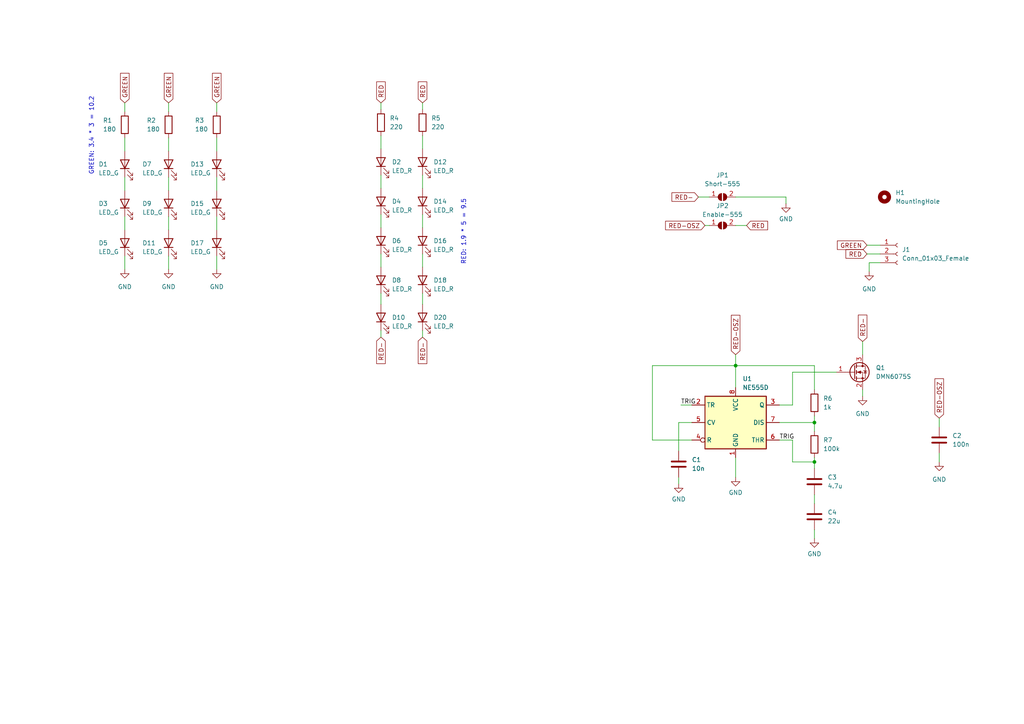
<source format=kicad_sch>
(kicad_sch (version 20211123) (generator eeschema)
  (paper "A4")
  (lib_symbols
    (symbol "Connector:Conn_01x03_Female" (pin_names (offset 1.016) hide)
      (property "Reference" "J" (at 0 5.08 0))
      (property "Value" "Conn_01x03_Female" (at 0 -5.08 0))
      (symbol "Conn_01x03_Female_1_1"
        (arc (start 0 -2.032) (mid -0.508 -2.54) (end 0 -3.048) (stroke (width 0.1524)))
        (polyline (pts (xy -1.27 -2.54) (xy -0.508 -2.54)) (stroke (width 0.1524)))
        (polyline (pts (xy -1.27 0) (xy -0.508 0)) (stroke (width 0.1524)))
        (polyline (pts (xy -1.27 2.54) (xy -0.508 2.54)) (stroke (width 0.1524)))
        (arc (start 0 0.508) (mid -0.508 0) (end 0 -0.508) (stroke (width 0.1524)))
        (arc (start 0 3.048) (mid -0.508 2.54) (end 0 2.032) (stroke (width 0.1524)))
        (pin passive line (at -5.08 2.54 0) (length 3.81) (name "Pin_1") (number "1"))
        (pin passive line (at -5.08 0 0) (length 3.81) (name "Pin_2") (number "2"))
        (pin passive line (at -5.08 -2.54 0) (length 3.81) (name "Pin_3") (number "3"))
      )
    )
    (symbol "Device:C" (pin_numbers hide) (pin_names (offset 0.254))
      (property "Reference" "C" (at 0.635 2.54 0))
      (property "Value" "C" (at 0.635 -2.54 0))
      (symbol "C_0_1"
        (polyline (pts (xy -2.032 -0.762) (xy 2.032 -0.762)) (stroke (width 0.508)))
        (polyline (pts (xy -2.032 0.762) (xy 2.032 0.762)) (stroke (width 0.508)))
      )
      (symbol "C_1_1"
        (pin passive line (at 0 3.81 270) (length 2.794) (name "~") (number "1"))
        (pin passive line (at 0 -3.81 90) (length 2.794) (name "~") (number "2"))
      )
    )
    (symbol "Device:LED" (pin_numbers hide) (pin_names (offset 1.016) hide)
      (property "Reference" "D" (at 0 2.54 0))
      (property "Value" "LED" (at 0 -2.54 0))
      (symbol "LED_0_1"
        (polyline (pts (xy -1.27 -1.27) (xy -1.27 1.27)) (stroke (width 0.254)))
        (polyline (pts (xy -1.27 0) (xy 1.27 0)))
        (polyline (pts (xy 1.27 -1.27) (xy 1.27 1.27) (xy -1.27 0) (xy 1.27 -1.27)) (stroke (width 0.254)))
        (polyline (pts (xy -3.048 -0.762) (xy -4.572 -2.286) (xy -3.81 -2.286) (xy -4.572 -2.286) (xy -4.572 -1.524)))
        (polyline (pts (xy -1.778 -0.762) (xy -3.302 -2.286) (xy -2.54 -2.286) (xy -3.302 -2.286) (xy -3.302 -1.524)))
      )
      (symbol "LED_1_1"
        (pin passive line (at -3.81 0 0) (length 2.54) (name "K") (number "1"))
        (pin passive line (at 3.81 0 180) (length 2.54) (name "A") (number "2"))
      )
    )
    (symbol "Device:R" (pin_numbers hide) (pin_names (offset 0))
      (property "Reference" "R" (at 2.032 0 90))
      (property "Value" "R" (at 0 0 90))
      (symbol "R_0_1"
        (rectangle (start -1.016 -2.54) (end 1.016 2.54) (stroke (width 0.254)))
      )
      (symbol "R_1_1"
        (pin passive line (at 0 3.81 270) (length 1.27) (name "~") (number "1"))
        (pin passive line (at 0 -3.81 90) (length 1.27) (name "~") (number "2"))
      )
    )
    (symbol "Jumper:SolderJumper_2_Open" (pin_names (offset 0) hide)
      (property "Reference" "JP" (at 0 2.032 0))
      (property "Value" "SolderJumper_2_Open" (at 0 -2.54 0))
      (symbol "SolderJumper_2_Open_0_1"
        (arc (start -0.254 1.016) (mid -1.27 0) (end -0.254 -1.016))
        (arc (start -0.254 1.016) (mid -1.27 0) (end -0.254 -1.016) (fill (type outline)))
        (polyline (pts (xy -0.254 1.016) (xy -0.254 -1.016)))
        (polyline (pts (xy 0.254 1.016) (xy 0.254 -1.016)))
        (arc (start 0.254 -1.016) (mid 1.27 0) (end 0.254 1.016))
        (arc (start 0.254 -1.016) (mid 1.27 0) (end 0.254 1.016) (fill (type outline)))
      )
      (symbol "SolderJumper_2_Open_1_1"
        (pin passive line (at -3.81 0 0) (length 2.54) (name "A") (number "1"))
        (pin passive line (at 3.81 0 180) (length 2.54) (name "B") (number "2"))
      )
    )
    (symbol "Mechanical:MountingHole" (pin_names (offset 1.016))
      (property "Reference" "H" (at 0 5.08 0))
      (property "Value" "MountingHole" (at 0 3.175 0))
      (symbol "MountingHole_0_1"
        (circle (center 0 0) (radius 1.27) (stroke (width 1.27)))
      )
    )
    (symbol "Timer:NE555D"
      (property "Reference" "U" (at -10.16 8.89 0))
      (property "Value" "NE555D" (at 2.54 8.89 0))
      (symbol "NE555D_0_0"
        (pin power_in line (at 0 -10.16 90) (length 2.54) (name "GND") (number "1"))
        (pin power_in line (at 0 10.16 270) (length 2.54) (name "VCC") (number "8"))
      )
      (symbol "NE555D_0_1"
        (rectangle (start -8.89 -7.62) (end 8.89 7.62) (stroke (width 0.254)) (fill (type background)))
        (rectangle (start -8.89 -7.62) (end 8.89 7.62) (stroke (width 0.254)) (fill (type background)))
      )
      (symbol "NE555D_1_1"
        (pin input line (at -12.7 5.08 0) (length 3.81) (name "TR") (number "2"))
        (pin output line (at 12.7 5.08 180) (length 3.81) (name "Q") (number "3"))
        (pin input inverted (at -12.7 -5.08 0) (length 3.81) (name "R") (number "4"))
        (pin input line (at -12.7 0 0) (length 3.81) (name "CV") (number "5"))
        (pin input line (at 12.7 -5.08 180) (length 3.81) (name "THR") (number "6"))
        (pin input line (at 12.7 0 180) (length 3.81) (name "DIS") (number "7"))
      )
    )
    (symbol "Transistor_FET:DMN6075S" (pin_names hide)
      (property "Reference" "Q" (at 5.08 1.905 0))
      (property "Value" "DMN6075S" (at 5.08 0 0))
      (symbol "DMN6075S_0_1"
        (polyline (pts (xy 0.254 0) (xy -2.54 0)))
        (polyline (pts (xy 0.254 1.905) (xy 0.254 -1.905)) (stroke (width 0.254)))
        (polyline (pts (xy 0.762 -1.27) (xy 0.762 -2.286)) (stroke (width 0.254)))
        (polyline (pts (xy 0.762 0.508) (xy 0.762 -0.508)) (stroke (width 0.254)))
        (polyline (pts (xy 0.762 2.286) (xy 0.762 1.27)) (stroke (width 0.254)))
        (polyline (pts (xy 2.54 2.54) (xy 2.54 1.778)))
        (polyline (pts (xy 2.54 -2.54) (xy 2.54 0) (xy 0.762 0)))
        (polyline (pts (xy 0.762 -1.778) (xy 3.302 -1.778) (xy 3.302 1.778) (xy 0.762 1.778)))
        (polyline (pts (xy 1.016 0) (xy 2.032 0.381) (xy 2.032 -0.381) (xy 1.016 0)) (fill (type outline)))
        (polyline (pts (xy 2.794 0.508) (xy 2.921 0.381) (xy 3.683 0.381) (xy 3.81 0.254)))
        (polyline (pts (xy 3.302 0.381) (xy 2.921 -0.254) (xy 3.683 -0.254) (xy 3.302 0.381)))
        (circle (center 1.651 0) (radius 2.794) (stroke (width 0.254)))
        (circle (center 2.54 -1.778) (radius 0.254) (fill (type outline)))
        (circle (center 2.54 1.778) (radius 0.254) (fill (type outline)))
      )
      (symbol "DMN6075S_1_1"
        (pin input line (at -5.08 0 0) (length 2.54) (name "G") (number "1"))
        (pin passive line (at 2.54 -5.08 90) (length 2.54) (name "S") (number "2"))
        (pin passive line (at 2.54 5.08 270) (length 2.54) (name "D") (number "3"))
      )
    )
    (symbol "power:GND" (power) (pin_names (offset 0))
      (property "Value" "GND" (at 0 -3.81 0))
      (symbol "GND_0_1"
        (polyline (pts (xy 0 0) (xy 0 -1.27) (xy 1.27 -1.27) (xy 0 -2.54) (xy -1.27 -1.27) (xy 0 -1.27)))
      )
      (symbol "GND_1_1"
        (pin power_in line (at 0 0 270) (length 0) hide (name "GND") (number "1"))
      )
    )
  )
  (junction (at 236.22 122.555))
  (junction (at 236.22 133.985))
  (junction (at 213.36 106.045))
  (wire (pts (xy 62.865 62.865) (xy 62.865 66.675)))
  (wire (pts (xy 48.895 40.005) (xy 48.895 43.815)))
  (wire (pts (xy 122.555 62.23) (xy 122.555 66.04)))
  (wire (pts (xy 196.85 130.81) (xy 196.85 122.555)))
  (wire (pts (xy 226.06 122.555) (xy 236.22 122.555)))
  (wire (pts (xy 236.22 122.555) (xy 236.22 125.095)))
  (wire (pts (xy 36.195 51.435) (xy 36.195 55.245)))
  (wire (pts (xy 110.49 39.37) (xy 110.49 43.18)))
  (wire (pts (xy 62.865 29.845) (xy 62.865 32.385)))
  (wire (pts (xy 272.415 121.285) (xy 272.415 123.825)))
  (wire (pts (xy 251.46 73.66) (xy 255.27 73.66)))
  (wire (pts (xy 251.46 71.12) (xy 255.27 71.12)))
  (wire (pts (xy 48.895 62.865) (xy 48.895 66.675)))
  (wire (pts (xy 236.22 106.045) (xy 236.22 113.03)))
  (wire (pts (xy 250.19 99.06) (xy 250.19 102.87)))
  (wire (pts (xy 236.22 132.715) (xy 236.22 133.985)))
  (wire (pts (xy 36.195 40.005) (xy 36.195 43.815)))
  (wire (pts (xy 62.865 40.005) (xy 62.865 43.815)))
  (wire (pts (xy 200.66 117.475) (xy 197.485 117.475)))
  (wire (pts (xy 213.36 132.715) (xy 213.36 138.43)))
  (wire (pts (xy 272.415 131.445) (xy 272.415 133.985)))
  (wire (pts (xy 236.22 153.67) (xy 236.22 156.21)))
  (wire (pts (xy 110.49 85.09) (xy 110.49 88.265)))
  (wire (pts (xy 36.195 62.865) (xy 36.195 66.675)))
  (wire (pts (xy 200.66 127.635) (xy 189.23 127.635)))
  (wire (pts (xy 226.06 117.475) (xy 229.87 117.475)))
  (wire (pts (xy 229.87 127.635) (xy 226.06 127.635)))
  (wire (pts (xy 48.895 51.435) (xy 48.895 55.245)))
  (wire (pts (xy 36.195 74.295) (xy 36.195 78.105)))
  (wire (pts (xy 236.22 133.985) (xy 236.22 135.89)))
  (wire (pts (xy 62.865 51.435) (xy 62.865 55.245)))
  (wire (pts (xy 110.49 95.885) (xy 110.49 97.79)))
  (wire (pts (xy 189.23 106.045) (xy 213.36 106.045)))
  (wire (pts (xy 204.47 65.405) (xy 205.74 65.405)))
  (wire (pts (xy 48.895 29.845) (xy 48.895 32.385)))
  (wire (pts (xy 252.095 78.74) (xy 252.095 76.2)))
  (wire (pts (xy 110.49 29.845) (xy 110.49 31.75)))
  (wire (pts (xy 122.555 50.8) (xy 122.555 54.61)))
  (wire (pts (xy 48.895 74.295) (xy 48.895 78.105)))
  (wire (pts (xy 236.22 120.65) (xy 236.22 122.555)))
  (wire (pts (xy 122.555 95.885) (xy 122.555 97.79)))
  (wire (pts (xy 122.555 85.09) (xy 122.555 88.265)))
  (wire (pts (xy 189.23 127.635) (xy 189.23 106.045)))
  (wire (pts (xy 122.555 29.845) (xy 122.555 31.75)))
  (wire (pts (xy 196.85 138.43) (xy 196.85 140.335)))
  (wire (pts (xy 110.49 73.66) (xy 110.49 77.47)))
  (wire (pts (xy 227.965 57.15) (xy 227.965 59.055)))
  (wire (pts (xy 213.36 65.405) (xy 216.535 65.405)))
  (wire (pts (xy 229.87 117.475) (xy 229.87 107.95)))
  (wire (pts (xy 213.36 106.045) (xy 236.22 106.045)))
  (wire (pts (xy 122.555 73.66) (xy 122.555 77.47)))
  (wire (pts (xy 252.095 76.2) (xy 255.27 76.2)))
  (wire (pts (xy 122.555 39.37) (xy 122.555 43.18)))
  (wire (pts (xy 213.36 106.045) (xy 213.36 112.395)))
  (wire (pts (xy 110.49 62.23) (xy 110.49 66.04)))
  (wire (pts (xy 229.87 107.95) (xy 242.57 107.95)))
  (wire (pts (xy 110.49 50.8) (xy 110.49 54.61)))
  (wire (pts (xy 236.22 133.985) (xy 229.87 133.985)))
  (wire (pts (xy 213.36 57.15) (xy 227.965 57.15)))
  (wire (pts (xy 236.22 143.51) (xy 236.22 146.05)))
  (wire (pts (xy 196.85 122.555) (xy 200.66 122.555)))
  (wire (pts (xy 250.19 113.03) (xy 250.19 114.935)))
  (wire (pts (xy 62.865 74.295) (xy 62.865 78.105)))
  (wire (pts (xy 202.565 57.15) (xy 205.74 57.15)))
  (wire (pts (xy 36.195 29.845) (xy 36.195 32.385)))
  (wire (pts (xy 213.36 102.87) (xy 213.36 106.045)))
  (wire (pts (xy 229.87 127.635) (xy 229.87 133.985)))
  (text "RED: 1.9 * 5 = 9.5" (at 135.255 76.835 90) (effects (font (size 1.27 1.27)) (justify left bottom)))
  (text "GREEN: 3.4 * 3 = 10.2" (at 27.305 50.8 90) (effects (font (size 1.27 1.27)) (justify left bottom)))
  (label "TRIG" (at 197.485 117.475 0))
  (label "TRIG" (at 226.06 127.635 0))
  (global_label "GREEN" (shape input) (at 48.895 29.845 90) (property "Intersheet References" "${INTERSHEET_REFS}" (effects hide)))
  (global_label "GREEN" (shape input) (at 251.46 71.12 180) (property "Intersheet References" "${INTERSHEET_REFS}" (effects hide)))
  (global_label "RED-OSZ" (shape input) (at 213.36 102.87 90) (property "Intersheet References" "${INTERSHEET_REFS}" (effects hide)))
  (global_label "RED-" (shape input) (at 202.565 57.15 180) (property "Intersheet References" "${INTERSHEET_REFS}" (effects hide)))
  (global_label "RED" (shape input) (at 110.49 29.845 90) (property "Intersheet References" "${INTERSHEET_REFS}" (effects hide)))
  (global_label "RED" (shape input) (at 251.46 73.66 180) (property "Intersheet References" "${INTERSHEET_REFS}" (effects hide)))
  (global_label "RED-" (shape input) (at 250.19 99.06 90) (property "Intersheet References" "${INTERSHEET_REFS}" (effects hide)))
  (global_label "RED" (shape input) (at 216.535 65.405 0) (property "Intersheet References" "${INTERSHEET_REFS}" (effects hide)))
  (global_label "GREEN" (shape input) (at 62.865 29.845 90) (property "Intersheet References" "${INTERSHEET_REFS}" (effects hide)))
  (global_label "RED-" (shape input) (at 122.555 97.79 270) (property "Intersheet References" "${INTERSHEET_REFS}" (effects hide)))
  (global_label "RED-OSZ" (shape input) (at 272.415 121.285 90) (property "Intersheet References" "${INTERSHEET_REFS}" (effects hide)))
  (global_label "GREEN" (shape input) (at 36.195 29.845 90) (property "Intersheet References" "${INTERSHEET_REFS}" (effects hide)))
  (global_label "RED-OSZ" (shape input) (at 204.47 65.405 180) (property "Intersheet References" "${INTERSHEET_REFS}" (effects hide)))
  (global_label "RED" (shape input) (at 122.555 29.845 90) (property "Intersheet References" "${INTERSHEET_REFS}" (effects hide)))
  (global_label "RED-" (shape input) (at 110.49 97.79 270) (property "Intersheet References" "${INTERSHEET_REFS}" (effects hide)))
  (symbol (lib_id "Jumper:SolderJumper_2_Open") (at 209.55 57.15 0) (unit 1)
    (property "Reference" "JP1" (at 209.55 50.8 0))
    (property "Value" "Short-555" (at 209.55 53.34 0))
    (property "Footprint" "Jumper:SolderJumper-2_P1.3mm_Open_RoundedPad1.0x1.5mm" (effects hide))
  )
  (symbol (lib_id "Device:LED") (at 122.555 46.99 90) (unit 1)
    (property "Reference" "D12" (at 125.73 46.99 90) (effects (justify right)))
    (property "Value" "LED_R" (at 125.73 49.53 90) (effects (justify right)))
    (property "Footprint" "LED_THT:LED_D5.0mm_Horizontal_O1.27mm_Z3.0mm_Clear" (effects hide))
    (property "Datasheet" "https://www.mouser.de/datasheet/2/445/151053RS03000-1715681.pdf" (effects hide))
  )
  (symbol (lib_id "Device:C") (at 196.85 134.62 0) (unit 1)
    (property "Reference" "C1" (at 200.66 133.3499 0) (effects (justify left)))
    (property "Value" "10n" (at 200.66 135.8899 0) (effects (justify left)))
    (property "Footprint" "Capacitor_SMD:C_0603_1608Metric" (effects hide))
  )
  (symbol (lib_id "Device:LED") (at 110.49 69.85 90) (unit 1)
    (property "Reference" "D6" (at 113.665 69.85 90) (effects (justify right)))
    (property "Value" "LED_R" (at 113.665 72.39 90) (effects (justify right)))
    (property "Footprint" "LED_THT:LED_D5.0mm_Horizontal_O1.27mm_Z3.0mm_Clear" (effects hide))
    (property "Datasheet" "https://www.mouser.de/datasheet/2/445/151053RS03000-1715681.pdf" (effects hide))
  )
  (symbol (lib_id "Device:C") (at 236.22 139.7 0) (unit 1)
    (property "Reference" "C3" (at 240.03 138.4299 0) (effects (justify left)))
    (property "Value" "4.7u" (at 240.03 140.9699 0) (effects (justify left)))
    (property "Footprint" "Capacitor_SMD:C_0603_1608Metric" (effects hide))
  )
  (symbol (lib_id "Device:C") (at 272.415 127.635 0) (unit 1)
    (property "Reference" "C2" (at 276.225 126.3649 0) (effects (justify left)))
    (property "Value" "100n" (at 276.225 128.9049 0) (effects (justify left)))
    (property "Footprint" "Capacitor_SMD:C_0603_1608Metric" (effects hide))
  )
  (symbol (lib_id "Device:R") (at 122.555 35.56 0) (unit 1)
    (property "Reference" "R5" (at 125.095 34.2899 0) (effects (justify left)))
    (property "Value" "220" (at 125.095 36.8299 0) (effects (justify left)))
    (property "Footprint" "Resistor_SMD:R_0603_1608Metric_Pad0.98x0.95mm_HandSolder" (effects hide))
  )
  (symbol (lib_id "power:GND") (at 252.095 78.74 0) (unit 1)
    (property "Reference" "#PWR0106" (effects hide))
    (property "Value" "GND" (at 252.095 83.82 0))
  )
  (symbol (lib_id "Device:LED") (at 62.865 47.625 90) (unit 1)
    (property "Reference" "D13" (at 55.245 47.625 90) (effects (justify right)))
    (property "Value" "LED_G" (at 55.245 50.165 90) (effects (justify right)))
    (property "Footprint" "LED_THT:LED_D5.0mm_Horizontal_O1.27mm_Z3.0mm_Clear" (effects hide))
    (property "Datasheet" "https://www.mouser.de/datasheet/2/445/151053GS03000-1715545.pdf" (effects hide))
  )
  (symbol (lib_id "Device:R") (at 62.865 36.195 0) (unit 1)
    (property "Reference" "R3" (at 56.515 34.925 0) (effects (justify left)))
    (property "Value" "180" (at 56.515 37.465 0) (effects (justify left)))
    (property "Footprint" "Resistor_SMD:R_0603_1608Metric_Pad0.98x0.95mm_HandSolder" (effects hide))
  )
  (symbol (lib_id "Device:LED") (at 110.49 92.075 90) (unit 1)
    (property "Reference" "D10" (at 113.665 92.075 90) (effects (justify right)))
    (property "Value" "LED_R" (at 113.665 94.615 90) (effects (justify right)))
    (property "Footprint" "LED_THT:LED_D5.0mm_Horizontal_O1.27mm_Z3.0mm_Clear" (effects hide))
    (property "Datasheet" "https://www.mouser.de/datasheet/2/445/151053RS03000-1715681.pdf" (effects hide))
  )
  (symbol (lib_id "Device:R") (at 110.49 35.56 0) (unit 1)
    (property "Reference" "R4" (at 113.03 34.2899 0) (effects (justify left)))
    (property "Value" "220" (at 113.03 36.8299 0) (effects (justify left)))
    (property "Footprint" "Resistor_SMD:R_0603_1608Metric_Pad0.98x0.95mm_HandSolder" (effects hide))
  )
  (symbol (lib_id "Device:LED") (at 36.195 70.485 90) (unit 1)
    (property "Reference" "D5" (at 28.575 70.485 90) (effects (justify right)))
    (property "Value" "LED_G" (at 28.575 73.025 90) (effects (justify right)))
    (property "Footprint" "LED_THT:LED_D5.0mm_Horizontal_O1.27mm_Z3.0mm_Clear" (effects hide))
    (property "Datasheet" "https://www.mouser.de/datasheet/2/445/151053GS03000-1715545.pdf" (effects hide))
  )
  (symbol (lib_id "Device:R") (at 236.22 128.905 0) (unit 1)
    (property "Reference" "R7" (at 238.76 127.6349 0) (effects (justify left)))
    (property "Value" "100k" (at 238.76 130.1749 0) (effects (justify left)))
    (property "Footprint" "Resistor_SMD:R_0603_1608Metric_Pad0.98x0.95mm_HandSolder" (effects hide))
  )
  (symbol (lib_id "Device:R") (at 48.895 36.195 0) (unit 1)
    (property "Reference" "R2" (at 42.545 34.925 0) (effects (justify left)))
    (property "Value" "180" (at 42.545 37.465 0) (effects (justify left)))
    (property "Footprint" "Resistor_SMD:R_0603_1608Metric_Pad0.98x0.95mm_HandSolder" (effects hide))
  )
  (symbol (lib_id "Device:C") (at 236.22 149.86 0) (unit 1)
    (property "Reference" "C4" (at 240.03 148.5899 0) (effects (justify left)))
    (property "Value" "22u" (at 240.03 151.1299 0) (effects (justify left)))
    (property "Footprint" "Capacitor_SMD:C_0603_1608Metric" (effects hide))
  )
  (symbol (lib_id "power:GND") (at 272.415 133.985 0) (unit 1)
    (property "Reference" "#PWR0109" (effects hide))
    (property "Value" "GND" (at 272.415 139.065 0))
  )
  (symbol (lib_id "Device:LED") (at 122.555 58.42 90) (unit 1)
    (property "Reference" "D14" (at 125.73 58.42 90) (effects (justify right)))
    (property "Value" "LED_R" (at 125.73 60.96 90) (effects (justify right)))
    (property "Footprint" "LED_THT:LED_D5.0mm_Horizontal_O1.27mm_Z3.0mm_Clear" (effects hide))
    (property "Datasheet" "https://www.mouser.de/datasheet/2/445/151053RS03000-1715681.pdf" (effects hide))
  )
  (symbol (lib_id "Device:R") (at 36.195 36.195 0) (unit 1)
    (property "Reference" "R1" (at 29.845 34.925 0) (effects (justify left)))
    (property "Value" "180" (at 29.845 37.465 0) (effects (justify left)))
    (property "Footprint" "Resistor_SMD:R_0603_1608Metric_Pad0.98x0.95mm_HandSolder" (effects hide))
  )
  (symbol (lib_id "Device:LED") (at 122.555 92.075 90) (unit 1)
    (property "Reference" "D20" (at 125.73 92.075 90) (effects (justify right)))
    (property "Value" "LED_R" (at 125.73 94.615 90) (effects (justify right)))
    (property "Footprint" "LED_THT:LED_D5.0mm_Horizontal_O1.27mm_Z3.0mm_Clear" (effects hide))
    (property "Datasheet" "https://www.mouser.de/datasheet/2/445/151053RS03000-1715681.pdf" (effects hide))
  )
  (symbol (lib_id "Device:LED") (at 110.49 58.42 90) (unit 1)
    (property "Reference" "D4" (at 113.665 58.42 90) (effects (justify right)))
    (property "Value" "LED_R" (at 113.665 60.96 90) (effects (justify right)))
    (property "Footprint" "LED_THT:LED_D5.0mm_Horizontal_O1.27mm_Z3.0mm_Clear" (effects hide))
    (property "Datasheet" "https://www.mouser.de/datasheet/2/445/151053RS03000-1715681.pdf" (effects hide))
  )
  (symbol (lib_id "Device:LED") (at 122.555 81.28 90) (unit 1)
    (property "Reference" "D18" (at 125.73 81.28 90) (effects (justify right)))
    (property "Value" "LED_R" (at 125.73 83.82 90) (effects (justify right)))
    (property "Footprint" "LED_THT:LED_D5.0mm_Horizontal_O1.27mm_Z3.0mm_Clear" (effects hide))
    (property "Datasheet" "https://www.mouser.de/datasheet/2/445/151053RS03000-1715681.pdf" (effects hide))
  )
  (symbol (lib_id "power:GND") (at 250.19 114.935 0) (unit 1)
    (property "Reference" "#PWR0108" (effects hide))
    (property "Value" "GND" (at 250.19 120.015 0))
  )
  (symbol (lib_id "Jumper:SolderJumper_2_Open") (at 209.55 65.405 0) (unit 1)
    (property "Reference" "JP2" (at 209.55 59.69 0))
    (property "Value" "Enable-555" (at 209.55 62.23 0))
    (property "Footprint" "Jumper:SolderJumper-2_P1.3mm_Open_RoundedPad1.0x1.5mm" (effects hide))
  )
  (symbol (lib_id "Device:LED") (at 48.895 59.055 90) (unit 1)
    (property "Reference" "D9" (at 41.275 59.055 90) (effects (justify right)))
    (property "Value" "LED_G" (at 41.275 61.595 90) (effects (justify right)))
    (property "Footprint" "LED_THT:LED_D5.0mm_Horizontal_O1.27mm_Z3.0mm_Clear" (effects hide))
    (property "Datasheet" "https://www.mouser.de/datasheet/2/445/151053GS03000-1715545.pdf" (effects hide))
  )
  (symbol (lib_id "Connector:Conn_01x03_Female") (at 260.35 73.66 0) (unit 1)
    (property "Reference" "J1" (at 261.62 72.3899 0) (effects (justify left)))
    (property "Value" "Conn_01x03_Female" (at 261.62 74.9299 0) (effects (justify left)))
    (property "Footprint" "Connector_PinHeader_2.54mm:PinHeader_1x03_P2.54mm_Vertical" (effects hide))
  )
  (symbol (lib_id "power:GND") (at 213.36 138.43 0) (unit 1)
    (property "Reference" "#PWR0104" (effects hide))
    (property "Value" "GND" (at 213.36 142.875 0))
  )
  (symbol (lib_id "Mechanical:MountingHole") (at 256.54 57.15 0) (unit 1)
    (property "Reference" "H1" (at 259.715 55.8799 0) (effects (justify left)))
    (property "Value" "MountingHole" (at 259.715 58.4199 0) (effects (justify left)))
    (property "Footprint" "MountingHole:MountingHole_3.2mm_M3" (effects hide))
  )
  (symbol (lib_id "Device:LED") (at 36.195 47.625 90) (unit 1)
    (property "Reference" "D1" (at 28.575 47.625 90) (effects (justify right)))
    (property "Value" "LED_G" (at 28.575 50.165 90) (effects (justify right)))
    (property "Footprint" "LED_THT:LED_D5.0mm_Horizontal_O1.27mm_Z3.0mm_Clear" (effects hide))
    (property "Datasheet" "https://www.mouser.de/datasheet/2/445/151053GS03000-1715545.pdf" (effects hide))
  )
  (symbol (lib_id "Device:LED") (at 122.555 69.85 90) (unit 1)
    (property "Reference" "D16" (at 125.73 69.85 90) (effects (justify right)))
    (property "Value" "LED_R" (at 125.73 72.39 90) (effects (justify right)))
    (property "Footprint" "LED_THT:LED_D5.0mm_Horizontal_O1.27mm_Z3.0mm_Clear" (effects hide))
    (property "Datasheet" "https://www.mouser.de/datasheet/2/445/151053RS03000-1715681.pdf" (effects hide))
  )
  (symbol (lib_id "Device:R") (at 236.22 116.84 0) (unit 1)
    (property "Reference" "R6" (at 238.76 115.5699 0) (effects (justify left)))
    (property "Value" "1k" (at 238.76 118.1099 0) (effects (justify left)))
    (property "Footprint" "Resistor_SMD:R_0603_1608Metric_Pad0.98x0.95mm_HandSolder" (effects hide))
  )
  (symbol (lib_id "power:GND") (at 236.22 156.21 0) (unit 1)
    (property "Reference" "#PWR0107" (effects hide))
    (property "Value" "GND" (at 236.22 160.655 0))
  )
  (symbol (lib_id "Device:LED") (at 48.895 47.625 90) (unit 1)
    (property "Reference" "D7" (at 41.275 47.625 90) (effects (justify right)))
    (property "Value" "LED_G" (at 41.275 50.165 90) (effects (justify right)))
    (property "Footprint" "LED_THT:LED_D5.0mm_Horizontal_O1.27mm_Z3.0mm_Clear" (effects hide))
    (property "Datasheet" "https://www.mouser.de/datasheet/2/445/151053GS03000-1715545.pdf" (effects hide))
  )
  (symbol (lib_id "power:GND") (at 196.85 140.335 0) (unit 1)
    (property "Reference" "#PWR0110" (effects hide))
    (property "Value" "GND" (at 196.85 144.78 0))
  )
  (symbol (lib_id "Device:LED") (at 110.49 46.99 90) (unit 1)
    (property "Reference" "D2" (at 113.665 46.99 90) (effects (justify right)))
    (property "Value" "LED_R" (at 113.665 49.53 90) (effects (justify right)))
    (property "Footprint" "LED_THT:LED_D5.0mm_Horizontal_O1.27mm_Z3.0mm_Clear" (effects hide))
    (property "Datasheet" "https://www.mouser.de/datasheet/2/445/151053RS03000-1715681.pdf" (effects hide))
  )
  (symbol (lib_id "power:GND") (at 36.195 78.105 0) (unit 1)
    (property "Reference" "#PWR0101" (effects hide))
    (property "Value" "GND" (at 36.195 83.185 0))
  )
  (symbol (lib_id "Transistor_FET:DMN6075S") (at 247.65 107.95 0) (unit 1)
    (property "Reference" "Q1" (at 254 106.6799 0) (effects (justify left)))
    (property "Value" "DMN6075S" (at 254 109.2199 0) (effects (justify left)))
    (property "Footprint" "Package_TO_SOT_SMD:SOT-23W" (effects hide))
    (property "Datasheet" "http://www.diodes.com/assets/Datasheets/DMN6075S.pdf" (effects hide))
  )
  (symbol (lib_id "power:GND") (at 48.895 78.105 0) (unit 1)
    (property "Reference" "#PWR0102" (effects hide))
    (property "Value" "GND" (at 48.895 83.185 0))
  )
  (symbol (lib_id "Device:LED") (at 36.195 59.055 90) (unit 1)
    (property "Reference" "D3" (at 28.575 59.055 90) (effects (justify right)))
    (property "Value" "LED_G" (at 28.575 61.595 90) (effects (justify right)))
    (property "Footprint" "LED_THT:LED_D5.0mm_Horizontal_O1.27mm_Z3.0mm_Clear" (effects hide))
    (property "Datasheet" "https://www.mouser.de/datasheet/2/445/151053GS03000-1715545.pdf" (effects hide))
  )
  (symbol (lib_id "Device:LED") (at 62.865 70.485 90) (unit 1)
    (property "Reference" "D17" (at 55.245 70.485 90) (effects (justify right)))
    (property "Value" "LED_G" (at 55.245 73.025 90) (effects (justify right)))
    (property "Footprint" "LED_THT:LED_D5.0mm_Horizontal_O1.27mm_Z3.0mm_Clear" (effects hide))
    (property "Datasheet" "https://www.mouser.de/datasheet/2/445/151053GS03000-1715545.pdf" (effects hide))
  )
  (symbol (lib_id "Device:LED") (at 110.49 81.28 90) (unit 1)
    (property "Reference" "D8" (at 113.665 81.28 90) (effects (justify right)))
    (property "Value" "LED_R" (at 113.665 83.82 90) (effects (justify right)))
    (property "Footprint" "LED_THT:LED_D5.0mm_Horizontal_O1.27mm_Z3.0mm_Clear" (effects hide))
    (property "Datasheet" "https://www.mouser.de/datasheet/2/445/151053RS03000-1715681.pdf" (effects hide))
  )
  (symbol (lib_id "power:GND") (at 62.865 78.105 0) (unit 1)
    (property "Reference" "#PWR0103" (effects hide))
    (property "Value" "GND" (at 62.865 83.185 0))
  )
  (symbol (lib_id "Device:LED") (at 62.865 59.055 90) (unit 1)
    (property "Reference" "D15" (at 55.245 59.055 90) (effects (justify right)))
    (property "Value" "LED_G" (at 55.245 61.595 90) (effects (justify right)))
    (property "Footprint" "LED_THT:LED_D5.0mm_Horizontal_O1.27mm_Z3.0mm_Clear" (effects hide))
    (property "Datasheet" "https://www.mouser.de/datasheet/2/445/151053GS03000-1715545.pdf" (effects hide))
  )
  (symbol (lib_id "power:GND") (at 227.965 59.055 0) (unit 1)
    (property "Reference" "#PWR0105" (effects hide))
    (property "Value" "GND" (at 227.965 63.5 0))
  )
  (symbol (lib_id "Timer:NE555D") (at 213.36 122.555 0) (unit 1)
    (property "Reference" "U1" (at 215.3794 109.855 0) (effects (justify left)))
    (property "Value" "NE555D" (at 215.3794 112.395 0) (effects (justify left)))
    (property "Footprint" "Package_SO:SOIC-8_3.9x4.9mm_P1.27mm" (effects hide))
    (property "Datasheet" "http://www.ti.com/lit/ds/symlink/ne555.pdf" (effects hide))
  )
  (symbol (lib_id "Device:LED") (at 48.895 70.485 90) (unit 1)
    (property "Reference" "D11" (at 41.275 70.485 90) (effects (justify right)))
    (property "Value" "LED_G" (at 41.275 73.025 90) (effects (justify right)))
    (property "Footprint" "LED_THT:LED_D5.0mm_Horizontal_O1.27mm_Z3.0mm_Clear" (effects hide))
    (property "Datasheet" "https://www.mouser.de/datasheet/2/445/151053GS03000-1715545.pdf" (effects hide))
  )
)
</source>
